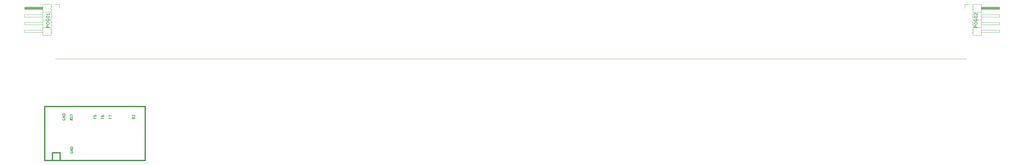
<source format=gbr>
G04 #@! TF.GenerationSoftware,KiCad,Pcbnew,(5.1.4)-1*
G04 #@! TF.CreationDate,2021-01-04T02:31:07-06:00*
G04 #@! TF.ProjectId,65Numpad,36354e75-6d70-4616-942e-6b696361645f,rev?*
G04 #@! TF.SameCoordinates,Original*
G04 #@! TF.FileFunction,Legend,Top*
G04 #@! TF.FilePolarity,Positive*
%FSLAX46Y46*%
G04 Gerber Fmt 4.6, Leading zero omitted, Abs format (unit mm)*
G04 Created by KiCad (PCBNEW (5.1.4)-1) date 2021-01-04 02:31:07*
%MOMM*%
%LPD*%
G04 APERTURE LIST*
%ADD10C,0.120000*%
%ADD11C,0.381000*%
%ADD12C,0.150000*%
G04 APERTURE END LIST*
D10*
X-1587500Y-72231250D02*
X297656250Y-72231250D01*
X-3027500Y-54232500D02*
X-3027500Y-64512500D01*
X-3027500Y-64512500D02*
X-5687500Y-64512500D01*
X-5687500Y-64512500D02*
X-5687500Y-54232500D01*
X-5687500Y-54232500D02*
X-3027500Y-54232500D01*
X-5687500Y-55182500D02*
X-11687500Y-55182500D01*
X-11687500Y-55182500D02*
X-11687500Y-55942500D01*
X-11687500Y-55942500D02*
X-5687500Y-55942500D01*
X-5687500Y-55242500D02*
X-11687500Y-55242500D01*
X-5687500Y-55362500D02*
X-11687500Y-55362500D01*
X-5687500Y-55482500D02*
X-11687500Y-55482500D01*
X-5687500Y-55602500D02*
X-11687500Y-55602500D01*
X-5687500Y-55722500D02*
X-11687500Y-55722500D01*
X-5687500Y-55842500D02*
X-11687500Y-55842500D01*
X-2697500Y-55182500D02*
X-3027500Y-55182500D01*
X-2697500Y-55942500D02*
X-3027500Y-55942500D01*
X-3027500Y-56832500D02*
X-5687500Y-56832500D01*
X-5687500Y-57722500D02*
X-11687500Y-57722500D01*
X-11687500Y-57722500D02*
X-11687500Y-58482500D01*
X-11687500Y-58482500D02*
X-5687500Y-58482500D01*
X-2630429Y-57722500D02*
X-3027500Y-57722500D01*
X-2630429Y-58482500D02*
X-3027500Y-58482500D01*
X-3027500Y-59372500D02*
X-5687500Y-59372500D01*
X-5687500Y-60262500D02*
X-11687500Y-60262500D01*
X-11687500Y-60262500D02*
X-11687500Y-61022500D01*
X-11687500Y-61022500D02*
X-5687500Y-61022500D01*
X-2630429Y-60262500D02*
X-3027500Y-60262500D01*
X-2630429Y-61022500D02*
X-3027500Y-61022500D01*
X-3027500Y-61912500D02*
X-5687500Y-61912500D01*
X-5687500Y-62802500D02*
X-11687500Y-62802500D01*
X-11687500Y-62802500D02*
X-11687500Y-63562500D01*
X-11687500Y-63562500D02*
X-5687500Y-63562500D01*
X-2630429Y-62802500D02*
X-3027500Y-62802500D01*
X-2630429Y-63562500D02*
X-3027500Y-63562500D01*
X-317500Y-55562500D02*
X-317500Y-54292500D01*
X-317500Y-54292500D02*
X-1587500Y-54292500D01*
D11*
X-2540000Y-103187500D02*
X-2540000Y-105727500D01*
X-5080000Y-105727500D02*
X-2540000Y-105727500D01*
X-5080000Y-87947500D02*
X-5080000Y-105727500D01*
X-2540000Y-87947500D02*
X-5080000Y-87947500D01*
D12*
G36*
X3939360Y-91905932D02*
G01*
X4139360Y-91905932D01*
X4139360Y-92005932D01*
X3939360Y-92005932D01*
X3939360Y-91905932D01*
G37*
X3939360Y-91905932D02*
X4139360Y-91905932D01*
X4139360Y-92005932D01*
X3939360Y-92005932D01*
X3939360Y-91905932D01*
G36*
X3339360Y-92305932D02*
G01*
X4139360Y-92305932D01*
X4139360Y-92405932D01*
X3339360Y-92405932D01*
X3339360Y-92305932D01*
G37*
X3339360Y-92305932D02*
X4139360Y-92305932D01*
X4139360Y-92405932D01*
X3339360Y-92405932D01*
X3339360Y-92305932D01*
G36*
X3339360Y-91905932D02*
G01*
X3439360Y-91905932D01*
X3439360Y-92405932D01*
X3339360Y-92405932D01*
X3339360Y-91905932D01*
G37*
X3339360Y-91905932D02*
X3439360Y-91905932D01*
X3439360Y-92405932D01*
X3339360Y-92405932D01*
X3339360Y-91905932D01*
G36*
X3739360Y-92105932D02*
G01*
X3839360Y-92105932D01*
X3839360Y-92205932D01*
X3739360Y-92205932D01*
X3739360Y-92105932D01*
G37*
X3739360Y-92105932D02*
X3839360Y-92105932D01*
X3839360Y-92205932D01*
X3739360Y-92205932D01*
X3739360Y-92105932D01*
G36*
X3339360Y-91905932D02*
G01*
X3639360Y-91905932D01*
X3639360Y-92005932D01*
X3339360Y-92005932D01*
X3339360Y-91905932D01*
G37*
X3339360Y-91905932D02*
X3639360Y-91905932D01*
X3639360Y-92005932D01*
X3339360Y-92005932D01*
X3339360Y-91905932D01*
D11*
X0Y-103187500D02*
X0Y-105727500D01*
X-2540000Y-103187500D02*
X0Y-103187500D01*
X27940000Y-87947500D02*
X-2540000Y-87947500D01*
X27940000Y-105727500D02*
X27940000Y-87947500D01*
X-2540000Y-105727500D02*
X27940000Y-105727500D01*
D10*
X299890000Y-54232500D02*
X299890000Y-64512500D01*
X299890000Y-64512500D02*
X302550000Y-64512500D01*
X302550000Y-64512500D02*
X302550000Y-54232500D01*
X302550000Y-54232500D02*
X299890000Y-54232500D01*
X302550000Y-55182500D02*
X308550000Y-55182500D01*
X308550000Y-55182500D02*
X308550000Y-55942500D01*
X308550000Y-55942500D02*
X302550000Y-55942500D01*
X302550000Y-55242500D02*
X308550000Y-55242500D01*
X302550000Y-55362500D02*
X308550000Y-55362500D01*
X302550000Y-55482500D02*
X308550000Y-55482500D01*
X302550000Y-55602500D02*
X308550000Y-55602500D01*
X302550000Y-55722500D02*
X308550000Y-55722500D01*
X302550000Y-55842500D02*
X308550000Y-55842500D01*
X299560000Y-55182500D02*
X299890000Y-55182500D01*
X299560000Y-55942500D02*
X299890000Y-55942500D01*
X299890000Y-56832500D02*
X302550000Y-56832500D01*
X302550000Y-57722500D02*
X308550000Y-57722500D01*
X308550000Y-57722500D02*
X308550000Y-58482500D01*
X308550000Y-58482500D02*
X302550000Y-58482500D01*
X299492929Y-57722500D02*
X299890000Y-57722500D01*
X299492929Y-58482500D02*
X299890000Y-58482500D01*
X299890000Y-59372500D02*
X302550000Y-59372500D01*
X302550000Y-60262500D02*
X308550000Y-60262500D01*
X308550000Y-60262500D02*
X308550000Y-61022500D01*
X308550000Y-61022500D02*
X302550000Y-61022500D01*
X299492929Y-60262500D02*
X299890000Y-60262500D01*
X299492929Y-61022500D02*
X299890000Y-61022500D01*
X299890000Y-61912500D02*
X302550000Y-61912500D01*
X302550000Y-62802500D02*
X308550000Y-62802500D01*
X308550000Y-62802500D02*
X308550000Y-63562500D01*
X308550000Y-63562500D02*
X302550000Y-63562500D01*
X299492929Y-62802500D02*
X299890000Y-62802500D01*
X299492929Y-63562500D02*
X299890000Y-63562500D01*
X297180000Y-55562500D02*
X297180000Y-54292500D01*
X297180000Y-54292500D02*
X298450000Y-54292500D01*
D12*
X-3516369Y-61816964D02*
X-4516369Y-61816964D01*
X-4516369Y-61436011D01*
X-4468750Y-61340773D01*
X-4421130Y-61293154D01*
X-4325892Y-61245535D01*
X-4183035Y-61245535D01*
X-4087797Y-61293154D01*
X-4040178Y-61340773D01*
X-3992559Y-61436011D01*
X-3992559Y-61816964D01*
X-4516369Y-60626488D02*
X-4516369Y-60436011D01*
X-4468750Y-60340773D01*
X-4373511Y-60245535D01*
X-4183035Y-60197916D01*
X-3849702Y-60197916D01*
X-3659226Y-60245535D01*
X-3563988Y-60340773D01*
X-3516369Y-60436011D01*
X-3516369Y-60626488D01*
X-3563988Y-60721726D01*
X-3659226Y-60816964D01*
X-3849702Y-60864583D01*
X-4183035Y-60864583D01*
X-4373511Y-60816964D01*
X-4468750Y-60721726D01*
X-4516369Y-60626488D01*
X-4468750Y-59245535D02*
X-4516369Y-59340773D01*
X-4516369Y-59483630D01*
X-4468750Y-59626488D01*
X-4373511Y-59721726D01*
X-4278273Y-59769345D01*
X-4087797Y-59816964D01*
X-3944940Y-59816964D01*
X-3754464Y-59769345D01*
X-3659226Y-59721726D01*
X-3563988Y-59626488D01*
X-3516369Y-59483630D01*
X-3516369Y-59388392D01*
X-3563988Y-59245535D01*
X-3611607Y-59197916D01*
X-3944940Y-59197916D01*
X-3944940Y-59388392D01*
X-4516369Y-58578869D02*
X-4516369Y-58388392D01*
X-4468750Y-58293154D01*
X-4373511Y-58197916D01*
X-4183035Y-58150297D01*
X-3849702Y-58150297D01*
X-3659226Y-58197916D01*
X-3563988Y-58293154D01*
X-3516369Y-58388392D01*
X-3516369Y-58578869D01*
X-3563988Y-58674107D01*
X-3659226Y-58769345D01*
X-3849702Y-58816964D01*
X-4183035Y-58816964D01*
X-4373511Y-58769345D01*
X-4468750Y-58674107D01*
X-4516369Y-58578869D01*
X-3516369Y-57197916D02*
X-3516369Y-57769345D01*
X-3516369Y-57483630D02*
X-4516369Y-57483630D01*
X-4373511Y-57578869D01*
X-4278273Y-57674107D01*
X-4230654Y-57769345D01*
X4103809Y-91637713D02*
X4141904Y-91523427D01*
X4141904Y-91332951D01*
X4103809Y-91256760D01*
X4065714Y-91218665D01*
X3989523Y-91180570D01*
X3913333Y-91180570D01*
X3837142Y-91218665D01*
X3799047Y-91256760D01*
X3760952Y-91332951D01*
X3722857Y-91485332D01*
X3684761Y-91561522D01*
X3646666Y-91599618D01*
X3570476Y-91637713D01*
X3494285Y-91637713D01*
X3418095Y-91599618D01*
X3380000Y-91561522D01*
X3341904Y-91485332D01*
X3341904Y-91294856D01*
X3380000Y-91180570D01*
X3341904Y-90951999D02*
X3341904Y-90494856D01*
X4141904Y-90723427D02*
X3341904Y-90723427D01*
X3410000Y-102908023D02*
X3371904Y-102984214D01*
X3371904Y-103098500D01*
X3410000Y-103212785D01*
X3486190Y-103288976D01*
X3562380Y-103327071D01*
X3714761Y-103365166D01*
X3829047Y-103365166D01*
X3981428Y-103327071D01*
X4057619Y-103288976D01*
X4133809Y-103212785D01*
X4171904Y-103098500D01*
X4171904Y-103022309D01*
X4133809Y-102908023D01*
X4095714Y-102869928D01*
X3829047Y-102869928D01*
X3829047Y-103022309D01*
X4171904Y-102527071D02*
X3371904Y-102527071D01*
X4171904Y-102069928D01*
X3371904Y-102069928D01*
X4171904Y-101688976D02*
X3371904Y-101688976D01*
X3371904Y-101498500D01*
X3410000Y-101384214D01*
X3486190Y-101308023D01*
X3562380Y-101269928D01*
X3714761Y-101231833D01*
X3829047Y-101231833D01*
X3981428Y-101269928D01*
X4057619Y-101308023D01*
X4133809Y-101384214D01*
X4171904Y-101498500D01*
X4171904Y-101688976D01*
X24072857Y-91700309D02*
X24110952Y-91586023D01*
X24149047Y-91547928D01*
X24225238Y-91509833D01*
X24339523Y-91509833D01*
X24415714Y-91547928D01*
X24453809Y-91586023D01*
X24491904Y-91662214D01*
X24491904Y-91966976D01*
X23691904Y-91966976D01*
X23691904Y-91700309D01*
X23730000Y-91624119D01*
X23768095Y-91586023D01*
X23844285Y-91547928D01*
X23920476Y-91547928D01*
X23996666Y-91586023D01*
X24034761Y-91624119D01*
X24072857Y-91700309D01*
X24072857Y-91966976D01*
X23768095Y-91205071D02*
X23730000Y-91166976D01*
X23691904Y-91090785D01*
X23691904Y-90900309D01*
X23730000Y-90824119D01*
X23768095Y-90786023D01*
X23844285Y-90747928D01*
X23920476Y-90747928D01*
X24034761Y-90786023D01*
X24491904Y-91243166D01*
X24491904Y-90747928D01*
X16452857Y-91643166D02*
X16452857Y-91909833D01*
X16871904Y-91909833D02*
X16071904Y-91909833D01*
X16071904Y-91528880D01*
X16071904Y-91300309D02*
X16071904Y-90766976D01*
X16871904Y-91109833D01*
X13912857Y-91643166D02*
X13912857Y-91909833D01*
X14331904Y-91909833D02*
X13531904Y-91909833D01*
X13531904Y-91528880D01*
X13531904Y-90881261D02*
X13531904Y-91033642D01*
X13570000Y-91109833D01*
X13608095Y-91147928D01*
X13722380Y-91224119D01*
X13874761Y-91262214D01*
X14179523Y-91262214D01*
X14255714Y-91224119D01*
X14293809Y-91186023D01*
X14331904Y-91109833D01*
X14331904Y-90957452D01*
X14293809Y-90881261D01*
X14255714Y-90843166D01*
X14179523Y-90805071D01*
X13989047Y-90805071D01*
X13912857Y-90843166D01*
X13874761Y-90881261D01*
X13836666Y-90957452D01*
X13836666Y-91109833D01*
X13874761Y-91186023D01*
X13912857Y-91224119D01*
X13989047Y-91262214D01*
X11372857Y-91643166D02*
X11372857Y-91909833D01*
X11791904Y-91909833D02*
X10991904Y-91909833D01*
X10991904Y-91528880D01*
X10991904Y-90843166D02*
X10991904Y-91224119D01*
X11372857Y-91262214D01*
X11334761Y-91224119D01*
X11296666Y-91147928D01*
X11296666Y-90957452D01*
X11334761Y-90881261D01*
X11372857Y-90843166D01*
X11449047Y-90805071D01*
X11639523Y-90805071D01*
X11715714Y-90843166D01*
X11753809Y-90881261D01*
X11791904Y-90957452D01*
X11791904Y-91147928D01*
X11753809Y-91224119D01*
X11715714Y-91262214D01*
X4103809Y-91637713D02*
X4141904Y-91523427D01*
X4141904Y-91332951D01*
X4103809Y-91256760D01*
X4065714Y-91218665D01*
X3989523Y-91180570D01*
X3913333Y-91180570D01*
X3837142Y-91218665D01*
X3799047Y-91256760D01*
X3760952Y-91332951D01*
X3722857Y-91485332D01*
X3684761Y-91561522D01*
X3646666Y-91599618D01*
X3570476Y-91637713D01*
X3494285Y-91637713D01*
X3418095Y-91599618D01*
X3380000Y-91561522D01*
X3341904Y-91485332D01*
X3341904Y-91294856D01*
X3380000Y-91180570D01*
X3341904Y-90951999D02*
X3341904Y-90494856D01*
X4141904Y-90723427D02*
X3341904Y-90723427D01*
X870000Y-91986023D02*
X831904Y-92062214D01*
X831904Y-92176500D01*
X870000Y-92290785D01*
X946190Y-92366976D01*
X1022380Y-92405071D01*
X1174761Y-92443166D01*
X1289047Y-92443166D01*
X1441428Y-92405071D01*
X1517619Y-92366976D01*
X1593809Y-92290785D01*
X1631904Y-92176500D01*
X1631904Y-92100309D01*
X1593809Y-91986023D01*
X1555714Y-91947928D01*
X1289047Y-91947928D01*
X1289047Y-92100309D01*
X1631904Y-91605071D02*
X831904Y-91605071D01*
X1631904Y-91147928D01*
X831904Y-91147928D01*
X1631904Y-90766976D02*
X831904Y-90766976D01*
X831904Y-90576500D01*
X870000Y-90462214D01*
X946190Y-90386023D01*
X1022380Y-90347928D01*
X1174761Y-90309833D01*
X1289047Y-90309833D01*
X1441428Y-90347928D01*
X1517619Y-90386023D01*
X1593809Y-90462214D01*
X1631904Y-90576500D01*
X1631904Y-90766976D01*
X11372857Y-91643166D02*
X11372857Y-91909833D01*
X11791904Y-91909833D02*
X10991904Y-91909833D01*
X10991904Y-91528880D01*
X10991904Y-90843166D02*
X10991904Y-91224119D01*
X11372857Y-91262214D01*
X11334761Y-91224119D01*
X11296666Y-91147928D01*
X11296666Y-90957452D01*
X11334761Y-90881261D01*
X11372857Y-90843166D01*
X11449047Y-90805071D01*
X11639523Y-90805071D01*
X11715714Y-90843166D01*
X11753809Y-90881261D01*
X11791904Y-90957452D01*
X11791904Y-91147928D01*
X11753809Y-91224119D01*
X11715714Y-91262214D01*
X13912857Y-91643166D02*
X13912857Y-91909833D01*
X14331904Y-91909833D02*
X13531904Y-91909833D01*
X13531904Y-91528880D01*
X13531904Y-90881261D02*
X13531904Y-91033642D01*
X13570000Y-91109833D01*
X13608095Y-91147928D01*
X13722380Y-91224119D01*
X13874761Y-91262214D01*
X14179523Y-91262214D01*
X14255714Y-91224119D01*
X14293809Y-91186023D01*
X14331904Y-91109833D01*
X14331904Y-90957452D01*
X14293809Y-90881261D01*
X14255714Y-90843166D01*
X14179523Y-90805071D01*
X13989047Y-90805071D01*
X13912857Y-90843166D01*
X13874761Y-90881261D01*
X13836666Y-90957452D01*
X13836666Y-91109833D01*
X13874761Y-91186023D01*
X13912857Y-91224119D01*
X13989047Y-91262214D01*
X16452857Y-91643166D02*
X16452857Y-91909833D01*
X16871904Y-91909833D02*
X16071904Y-91909833D01*
X16071904Y-91528880D01*
X16071904Y-91300309D02*
X16071904Y-90766976D01*
X16871904Y-91109833D01*
X24072857Y-91700309D02*
X24110952Y-91586023D01*
X24149047Y-91547928D01*
X24225238Y-91509833D01*
X24339523Y-91509833D01*
X24415714Y-91547928D01*
X24453809Y-91586023D01*
X24491904Y-91662214D01*
X24491904Y-91966976D01*
X23691904Y-91966976D01*
X23691904Y-91700309D01*
X23730000Y-91624119D01*
X23768095Y-91586023D01*
X23844285Y-91547928D01*
X23920476Y-91547928D01*
X23996666Y-91586023D01*
X24034761Y-91624119D01*
X24072857Y-91700309D01*
X24072857Y-91966976D01*
X23768095Y-91205071D02*
X23730000Y-91166976D01*
X23691904Y-91090785D01*
X23691904Y-90900309D01*
X23730000Y-90824119D01*
X23768095Y-90786023D01*
X23844285Y-90747928D01*
X23920476Y-90747928D01*
X24034761Y-90786023D01*
X24491904Y-91243166D01*
X24491904Y-90747928D01*
X301283630Y-61816964D02*
X300283630Y-61816964D01*
X300283630Y-61436011D01*
X300331250Y-61340773D01*
X300378869Y-61293154D01*
X300474107Y-61245535D01*
X300616964Y-61245535D01*
X300712202Y-61293154D01*
X300759821Y-61340773D01*
X300807440Y-61436011D01*
X300807440Y-61816964D01*
X300283630Y-60626488D02*
X300283630Y-60436011D01*
X300331250Y-60340773D01*
X300426488Y-60245535D01*
X300616964Y-60197916D01*
X300950297Y-60197916D01*
X301140773Y-60245535D01*
X301236011Y-60340773D01*
X301283630Y-60436011D01*
X301283630Y-60626488D01*
X301236011Y-60721726D01*
X301140773Y-60816964D01*
X300950297Y-60864583D01*
X300616964Y-60864583D01*
X300426488Y-60816964D01*
X300331250Y-60721726D01*
X300283630Y-60626488D01*
X300331250Y-59245535D02*
X300283630Y-59340773D01*
X300283630Y-59483630D01*
X300331250Y-59626488D01*
X300426488Y-59721726D01*
X300521726Y-59769345D01*
X300712202Y-59816964D01*
X300855059Y-59816964D01*
X301045535Y-59769345D01*
X301140773Y-59721726D01*
X301236011Y-59626488D01*
X301283630Y-59483630D01*
X301283630Y-59388392D01*
X301236011Y-59245535D01*
X301188392Y-59197916D01*
X300855059Y-59197916D01*
X300855059Y-59388392D01*
X300283630Y-58578869D02*
X300283630Y-58388392D01*
X300331250Y-58293154D01*
X300426488Y-58197916D01*
X300616964Y-58150297D01*
X300950297Y-58150297D01*
X301140773Y-58197916D01*
X301236011Y-58293154D01*
X301283630Y-58388392D01*
X301283630Y-58578869D01*
X301236011Y-58674107D01*
X301140773Y-58769345D01*
X300950297Y-58816964D01*
X300616964Y-58816964D01*
X300426488Y-58769345D01*
X300331250Y-58674107D01*
X300283630Y-58578869D01*
X300378869Y-57769345D02*
X300331250Y-57721726D01*
X300283630Y-57626488D01*
X300283630Y-57388392D01*
X300331250Y-57293154D01*
X300378869Y-57245535D01*
X300474107Y-57197916D01*
X300569345Y-57197916D01*
X300712202Y-57245535D01*
X301283630Y-57816964D01*
X301283630Y-57197916D01*
M02*

</source>
